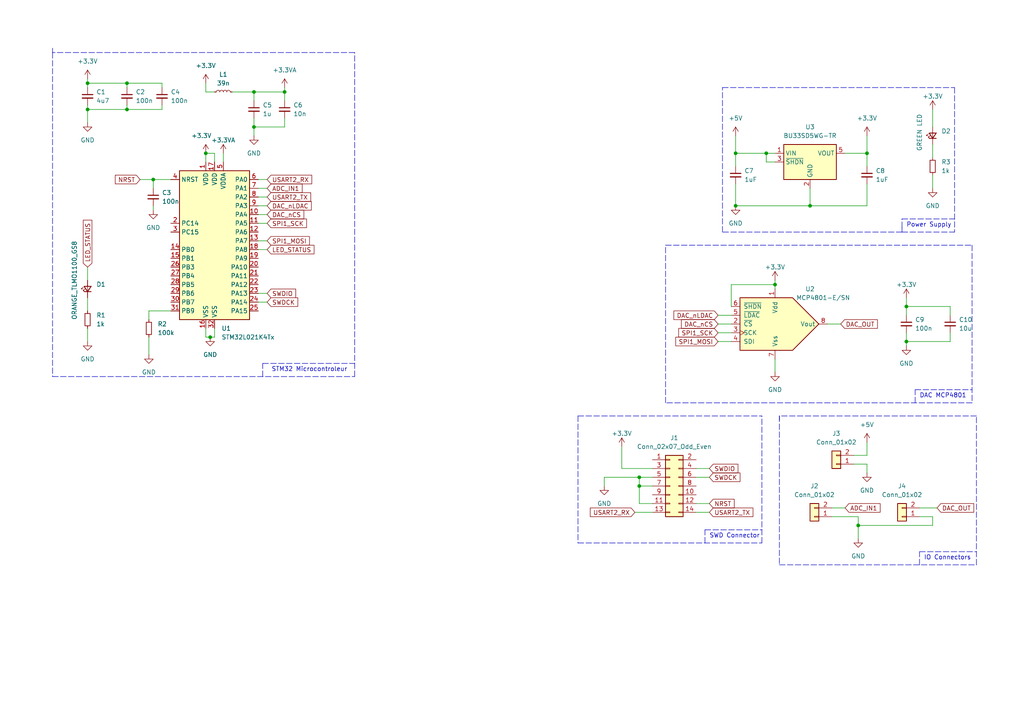
<source format=kicad_sch>
(kicad_sch (version 20211123) (generator eeschema)
  (paper "A4")
  (lib_symbols
    (symbol "Analog_DAC:MCP4801" (pin_names (offset 1.016))
      (property "Reference" "U" (at 1.27 10.795 0))
      (property "Value" "MCP4801" (at 1.27 8.89 0))
      (symbol "MCP4801_0_0"
        (polyline (pts (xy 12.7 0) (xy 5.08 7.62) (xy -10.16 7.62) (xy -10.16 -7.62) (xy 5.08 -7.62) (xy 12.7 0)) (stroke (width 0.254)) (fill (type background)))
      )
      (symbol "MCP4801_1_1"
        (pin power_in line (at 0 10.16 270) (length 2.54) (name "Vdd") (number "1"))
        (pin input line (at -12.7 0 0) (length 2.54) (name "~{CS}") (number "2"))
        (pin input clock (at -12.7 -2.54 0) (length 2.54) (name "SCK") (number "3"))
        (pin input line (at -12.7 -5.08 0) (length 2.54) (name "SDI") (number "4"))
        (pin input line (at -12.7 2.54 0) (length 2.54) (name "~{LDAC}") (number "5"))
        (pin input line (at -12.7 5.08 0) (length 2.54) (name "~{SHDN}") (number "6"))
        (pin power_in line (at 0 -10.16 90) (length 2.54) (name "Vss") (number "7"))
        (pin output line (at 15.24 0 180) (length 2.54) (name "Vout") (number "8"))
      )
    )
    (symbol "Connector_Generic:Conn_01x02" (pin_names (offset 1.016) hide)
      (property "Reference" "J" (at 0 2.54 0))
      (property "Value" "Conn_01x02" (at 0 -5.08 0))
      (symbol "Conn_01x02_1_1"
        (rectangle (start -1.27 -2.413) (end 0 -2.667) (stroke (width 0.1524)))
        (rectangle (start -1.27 0.127) (end 0 -0.127) (stroke (width 0.1524)))
        (rectangle (start -1.27 1.27) (end 1.27 -3.81) (stroke (width 0.254)) (fill (type background)))
        (pin passive line (at -5.08 0 0) (length 3.81) (name "Pin_1") (number "1"))
        (pin passive line (at -5.08 -2.54 0) (length 3.81) (name "Pin_2") (number "2"))
      )
    )
    (symbol "Connector_Generic:Conn_02x07_Odd_Even" (pin_names (offset 1.016) hide)
      (property "Reference" "J" (at 1.27 10.16 0))
      (property "Value" "Conn_02x07_Odd_Even" (at 1.27 -10.16 0))
      (symbol "Conn_02x07_Odd_Even_1_1"
        (rectangle (start -1.27 -7.493) (end 0 -7.747) (stroke (width 0.1524)))
        (rectangle (start -1.27 -4.953) (end 0 -5.207) (stroke (width 0.1524)))
        (rectangle (start -1.27 -2.413) (end 0 -2.667) (stroke (width 0.1524)))
        (rectangle (start -1.27 0.127) (end 0 -0.127) (stroke (width 0.1524)))
        (rectangle (start -1.27 2.667) (end 0 2.413) (stroke (width 0.1524)))
        (rectangle (start -1.27 5.207) (end 0 4.953) (stroke (width 0.1524)))
        (rectangle (start -1.27 7.747) (end 0 7.493) (stroke (width 0.1524)))
        (rectangle (start -1.27 8.89) (end 3.81 -8.89) (stroke (width 0.254)) (fill (type background)))
        (rectangle (start 3.81 -7.493) (end 2.54 -7.747) (stroke (width 0.1524)))
        (rectangle (start 3.81 -4.953) (end 2.54 -5.207) (stroke (width 0.1524)))
        (rectangle (start 3.81 -2.413) (end 2.54 -2.667) (stroke (width 0.1524)))
        (rectangle (start 3.81 0.127) (end 2.54 -0.127) (stroke (width 0.1524)))
        (rectangle (start 3.81 2.667) (end 2.54 2.413) (stroke (width 0.1524)))
        (rectangle (start 3.81 5.207) (end 2.54 4.953) (stroke (width 0.1524)))
        (rectangle (start 3.81 7.747) (end 2.54 7.493) (stroke (width 0.1524)))
        (pin passive line (at -5.08 7.62 0) (length 3.81) (name "Pin_1") (number "1"))
        (pin passive line (at 7.62 -2.54 180) (length 3.81) (name "Pin_10") (number "10"))
        (pin passive line (at -5.08 -5.08 0) (length 3.81) (name "Pin_11") (number "11"))
        (pin passive line (at 7.62 -5.08 180) (length 3.81) (name "Pin_12") (number "12"))
        (pin passive line (at -5.08 -7.62 0) (length 3.81) (name "Pin_13") (number "13"))
        (pin passive line (at 7.62 -7.62 180) (length 3.81) (name "Pin_14") (number "14"))
        (pin passive line (at 7.62 7.62 180) (length 3.81) (name "Pin_2") (number "2"))
        (pin passive line (at -5.08 5.08 0) (length 3.81) (name "Pin_3") (number "3"))
        (pin passive line (at 7.62 5.08 180) (length 3.81) (name "Pin_4") (number "4"))
        (pin passive line (at -5.08 2.54 0) (length 3.81) (name "Pin_5") (number "5"))
        (pin passive line (at 7.62 2.54 180) (length 3.81) (name "Pin_6") (number "6"))
        (pin passive line (at -5.08 0 0) (length 3.81) (name "Pin_7") (number "7"))
        (pin passive line (at 7.62 0 180) (length 3.81) (name "Pin_8") (number "8"))
        (pin passive line (at -5.08 -2.54 0) (length 3.81) (name "Pin_9") (number "9"))
      )
    )
    (symbol "Device:C_Small" (pin_numbers hide) (pin_names (offset 0.254) hide)
      (property "Reference" "C" (at 0.254 1.778 0))
      (property "Value" "C_Small" (at 0.254 -2.032 0))
      (symbol "C_Small_0_1"
        (polyline (pts (xy -1.524 -0.508) (xy 1.524 -0.508)) (stroke (width 0.3302)))
        (polyline (pts (xy -1.524 0.508) (xy 1.524 0.508)) (stroke (width 0.3048)))
      )
      (symbol "C_Small_1_1"
        (pin passive line (at 0 2.54 270) (length 2.032) (name "~") (number "1"))
        (pin passive line (at 0 -2.54 90) (length 2.032) (name "~") (number "2"))
      )
    )
    (symbol "Device:LED_Small" (pin_numbers hide) (pin_names (offset 0.254) hide)
      (property "Reference" "D" (at -1.27 3.175 0))
      (property "Value" "LED_Small" (at -4.445 -2.54 0))
      (symbol "LED_Small_0_1"
        (polyline (pts (xy -0.762 -1.016) (xy -0.762 1.016)) (stroke (width 0.254)))
        (polyline (pts (xy 1.016 0) (xy -0.762 0)))
        (polyline (pts (xy 0.762 -1.016) (xy -0.762 0) (xy 0.762 1.016) (xy 0.762 -1.016)) (stroke (width 0.254)))
        (polyline (pts (xy 0 0.762) (xy -0.508 1.27) (xy -0.254 1.27) (xy -0.508 1.27) (xy -0.508 1.016)))
        (polyline (pts (xy 0.508 1.27) (xy 0 1.778) (xy 0.254 1.778) (xy 0 1.778) (xy 0 1.524)))
      )
      (symbol "LED_Small_1_1"
        (pin passive line (at -2.54 0 0) (length 1.778) (name "K") (number "1"))
        (pin passive line (at 2.54 0 180) (length 1.778) (name "A") (number "2"))
      )
    )
    (symbol "Device:L_Small" (pin_numbers hide) (pin_names (offset 0.254) hide)
      (property "Reference" "L" (at 0.762 1.016 0))
      (property "Value" "L_Small" (at 0.762 -1.016 0))
      (symbol "L_Small_0_1"
        (arc (start 0 -2.032) (mid 0.508 -1.524) (end 0 -1.016))
        (arc (start 0 -1.016) (mid 0.508 -0.508) (end 0 0))
        (arc (start 0 0) (mid 0.508 0.508) (end 0 1.016))
        (arc (start 0 1.016) (mid 0.508 1.524) (end 0 2.032))
      )
      (symbol "L_Small_1_1"
        (pin passive line (at 0 2.54 270) (length 0.508) (name "~") (number "1"))
        (pin passive line (at 0 -2.54 90) (length 0.508) (name "~") (number "2"))
      )
    )
    (symbol "Device:R_Small" (pin_numbers hide) (pin_names (offset 0.254) hide)
      (property "Reference" "R" (at 0.762 0.508 0))
      (property "Value" "R_Small" (at 0.762 -1.016 0))
      (symbol "R_Small_0_1"
        (rectangle (start -0.762 1.778) (end 0.762 -1.778) (stroke (width 0.2032)))
      )
      (symbol "R_Small_1_1"
        (pin passive line (at 0 2.54 270) (length 0.762) (name "~") (number "1"))
        (pin passive line (at 0 -2.54 90) (length 0.762) (name "~") (number "2"))
      )
    )
    (symbol "MCU_ST_STM32L0:STM32L021K4Tx"
      (property "Reference" "U" (at -10.16 21.59 0))
      (property "Value" "STM32L021K4Tx" (at 5.08 21.59 0))
      (symbol "STM32L021K4Tx_0_1"
        (rectangle (start -10.16 -22.86) (end 10.16 20.32) (stroke (width 0.254)) (fill (type background)))
      )
      (symbol "STM32L021K4Tx_1_1"
        (pin power_in line (at -2.54 22.86 270) (length 2.54) (name "VDD") (number "1"))
        (pin bidirectional line (at 12.7 7.62 180) (length 2.54) (name "PA4") (number "10"))
        (pin bidirectional line (at 12.7 5.08 180) (length 2.54) (name "PA5") (number "11"))
        (pin bidirectional line (at 12.7 2.54 180) (length 2.54) (name "PA6") (number "12"))
        (pin bidirectional line (at 12.7 0 180) (length 2.54) (name "PA7") (number "13"))
        (pin bidirectional line (at -12.7 -2.54 0) (length 2.54) (name "PB0") (number "14"))
        (pin bidirectional line (at -12.7 -5.08 0) (length 2.54) (name "PB1") (number "15"))
        (pin power_in line (at -2.54 -25.4 90) (length 2.54) (name "VSS") (number "16"))
        (pin power_in line (at 0 22.86 270) (length 2.54) (name "VDD") (number "17"))
        (pin bidirectional line (at 12.7 -2.54 180) (length 2.54) (name "PA8") (number "18"))
        (pin bidirectional line (at 12.7 -5.08 180) (length 2.54) (name "PA9") (number "19"))
        (pin bidirectional line (at -12.7 5.08 0) (length 2.54) (name "PC14") (number "2"))
        (pin bidirectional line (at 12.7 -7.62 180) (length 2.54) (name "PA10") (number "20"))
        (pin bidirectional line (at 12.7 -10.16 180) (length 2.54) (name "PA11") (number "21"))
        (pin bidirectional line (at 12.7 -12.7 180) (length 2.54) (name "PA12") (number "22"))
        (pin bidirectional line (at 12.7 -15.24 180) (length 2.54) (name "PA13") (number "23"))
        (pin bidirectional line (at 12.7 -17.78 180) (length 2.54) (name "PA14") (number "24"))
        (pin bidirectional line (at 12.7 -20.32 180) (length 2.54) (name "PA15") (number "25"))
        (pin bidirectional line (at -12.7 -7.62 0) (length 2.54) (name "PB3") (number "26"))
        (pin bidirectional line (at -12.7 -10.16 0) (length 2.54) (name "PB4") (number "27"))
        (pin bidirectional line (at -12.7 -12.7 0) (length 2.54) (name "PB5") (number "28"))
        (pin bidirectional line (at -12.7 -15.24 0) (length 2.54) (name "PB6") (number "29"))
        (pin bidirectional line (at -12.7 2.54 0) (length 2.54) (name "PC15") (number "3"))
        (pin bidirectional line (at -12.7 -17.78 0) (length 2.54) (name "PB7") (number "30"))
        (pin bidirectional line (at -12.7 -20.32 0) (length 2.54) (name "PB9") (number "31"))
        (pin power_in line (at 0 -25.4 90) (length 2.54) (name "VSS") (number "32"))
        (pin input line (at -12.7 17.78 0) (length 2.54) (name "NRST") (number "4"))
        (pin power_in line (at 2.54 22.86 270) (length 2.54) (name "VDDA") (number "5"))
        (pin bidirectional line (at 12.7 17.78 180) (length 2.54) (name "PA0") (number "6"))
        (pin bidirectional line (at 12.7 15.24 180) (length 2.54) (name "PA1") (number "7"))
        (pin bidirectional line (at 12.7 12.7 180) (length 2.54) (name "PA2") (number "8"))
        (pin bidirectional line (at 12.7 10.16 180) (length 2.54) (name "PA3") (number "9"))
      )
    )
    (symbol "Regulator_Linear:MCP1802x-xx02xOT"
      (property "Reference" "U" (at -6.35 6.35 0))
      (property "Value" "MCP1802x-xx02xOT" (at 0 6.35 0))
      (symbol "MCP1802x-xx02xOT_0_1"
        (rectangle (start -7.62 5.08) (end 7.62 -5.08) (stroke (width 0.254)) (fill (type background)))
      )
      (symbol "MCP1802x-xx02xOT_1_1"
        (pin power_in line (at -10.16 2.54 0) (length 2.54) (name "VIN") (number "1"))
        (pin power_in line (at 0 -7.62 90) (length 2.54) (name "GND") (number "2"))
        (pin input line (at -10.16 0 0) (length 2.54) (name "~{SHDN}") (number "3"))
        (pin no_connect line (at 7.62 0 180) (length 2.54) hide (name "NC") (number "4"))
        (pin power_out line (at 10.16 2.54 180) (length 2.54) (name "VOUT") (number "5"))
      )
    )
    (symbol "power:+3.3V" (power) (pin_names (offset 0))
      (property "Value" "+3.3V" (at 0 3.556 0))
      (symbol "+3.3V_0_1"
        (polyline (pts (xy -0.762 1.27) (xy 0 2.54)))
        (polyline (pts (xy 0 0) (xy 0 2.54)))
        (polyline (pts (xy 0 2.54) (xy 0.762 1.27)))
      )
      (symbol "+3.3V_1_1"
        (pin power_in line (at 0 0 90) (length 0) hide (name "+3.3V") (number "1"))
      )
    )
    (symbol "power:+3.3VA" (power) (pin_names (offset 0))
      (property "Value" "+3.3VA" (at 0 3.556 0))
      (symbol "+3.3VA_0_1"
        (polyline (pts (xy -0.762 1.27) (xy 0 2.54)))
        (polyline (pts (xy 0 0) (xy 0 2.54)))
        (polyline (pts (xy 0 2.54) (xy 0.762 1.27)))
      )
      (symbol "+3.3VA_1_1"
        (pin power_in line (at 0 0 90) (length 0) hide (name "+3.3VA") (number "1"))
      )
    )
    (symbol "power:+5V" (power) (pin_names (offset 0))
      (property "Value" "+5V" (at 0 3.556 0))
      (symbol "+5V_0_1"
        (polyline (pts (xy -0.762 1.27) (xy 0 2.54)))
        (polyline (pts (xy 0 0) (xy 0 2.54)))
        (polyline (pts (xy 0 2.54) (xy 0.762 1.27)))
      )
      (symbol "+5V_1_1"
        (pin power_in line (at 0 0 90) (length 0) hide (name "+5V") (number "1"))
      )
    )
    (symbol "power:GND" (power) (pin_names (offset 0))
      (property "Value" "GND" (at 0 -3.81 0))
      (symbol "GND_0_1"
        (polyline (pts (xy 0 0) (xy 0 -1.27) (xy 1.27 -1.27) (xy 0 -2.54) (xy -1.27 -1.27) (xy 0 -1.27)))
      )
      (symbol "GND_1_1"
        (pin power_in line (at 0 0 270) (length 0) hide (name "GND") (number "1"))
      )
    )
  )
  (junction (at 251.46 44.45))
  (junction (at 73.66 26.67))
  (junction (at 36.83 31.75))
  (junction (at 262.89 99.06))
  (junction (at 59.69 44.45))
  (junction (at 82.55 26.67))
  (junction (at 25.4 31.75))
  (junction (at 60.96 97.79))
  (junction (at 73.66 36.83))
  (junction (at 44.45 52.07))
  (junction (at 213.36 59.69))
  (junction (at 222.25 44.45))
  (junction (at 224.79 82.55))
  (junction (at 36.83 24.13))
  (junction (at 185.42 138.43))
  (junction (at 185.42 140.97))
  (junction (at 262.89 88.9))
  (junction (at 248.92 152.4))
  (junction (at 213.36 44.45))
  (junction (at 25.4 24.13))
  (junction (at 234.95 59.69))
  (wire (pts (xy 213.36 44.45) (xy 222.25 44.45)))
  (wire (pts (xy 74.93 64.77) (xy 77.47 64.77)))
  (wire (pts (xy 184.15 148.59) (xy 189.23 148.59)))
  (wire (pts (xy 234.95 59.69) (xy 234.95 54.61)))
  (polyline (pts (xy 261.62 67.31) (xy 276.86 67.31)))
  (wire (pts (xy 240.03 93.98) (xy 243.84 93.98)))
  (wire (pts (xy 201.93 138.43) (xy 205.74 138.43)))
  (polyline (pts (xy 193.04 116.84) (xy 193.04 71.12)))
  (wire (pts (xy 248.92 149.86) (xy 248.92 152.4)))
  (wire (pts (xy 224.79 82.55) (xy 224.79 83.82)))
  (wire (pts (xy 44.45 52.07) (xy 44.45 54.61)))
  (wire (pts (xy 73.66 36.83) (xy 82.55 36.83)))
  (wire (pts (xy 43.18 92.71) (xy 43.18 90.17)))
  (wire (pts (xy 213.36 44.45) (xy 213.36 48.26)))
  (wire (pts (xy 64.77 44.45) (xy 64.77 46.99)))
  (wire (pts (xy 25.4 24.13) (xy 36.83 24.13)))
  (polyline (pts (xy 261.62 63.5) (xy 276.86 63.5)))
  (polyline (pts (xy 281.94 71.12) (xy 281.94 116.84)))
  (wire (pts (xy 222.25 44.45) (xy 224.79 44.45)))
  (wire (pts (xy 212.09 88.9) (xy 212.09 82.55)))
  (wire (pts (xy 266.7 147.32) (xy 271.78 147.32)))
  (wire (pts (xy 201.93 135.89) (xy 205.74 135.89)))
  (wire (pts (xy 262.89 96.52) (xy 262.89 99.06)))
  (wire (pts (xy 247.65 134.62) (xy 251.46 134.62)))
  (wire (pts (xy 74.93 85.09) (xy 77.47 85.09)))
  (wire (pts (xy 25.4 24.13) (xy 25.4 25.4)))
  (wire (pts (xy 62.23 95.25) (xy 62.23 97.79)))
  (wire (pts (xy 36.83 24.13) (xy 46.99 24.13)))
  (polyline (pts (xy 102.87 15.24) (xy 15.24 15.24)))
  (polyline (pts (xy 15.24 109.22) (xy 102.87 109.22)))
  (wire (pts (xy 46.99 31.75) (xy 36.83 31.75)))
  (polyline (pts (xy 266.7 160.02) (xy 283.21 160.02)))
  (polyline (pts (xy 283.21 120.65) (xy 226.06 120.65)))
  (wire (pts (xy 208.28 93.98) (xy 212.09 93.98)))
  (wire (pts (xy 241.3 147.32) (xy 245.11 147.32)))
  (wire (pts (xy 247.65 132.08) (xy 251.46 132.08)))
  (polyline (pts (xy 167.64 157.48) (xy 220.98 157.48)))
  (polyline (pts (xy 281.94 116.84) (xy 193.04 116.84)))
  (wire (pts (xy 208.28 99.06) (xy 212.09 99.06)))
  (wire (pts (xy 36.83 30.48) (xy 36.83 31.75)))
  (wire (pts (xy 74.93 87.63) (xy 77.47 87.63)))
  (wire (pts (xy 234.95 59.69) (xy 251.46 59.69)))
  (wire (pts (xy 60.96 97.79) (xy 59.69 97.79)))
  (wire (pts (xy 275.59 96.52) (xy 275.59 99.06)))
  (wire (pts (xy 275.59 99.06) (xy 262.89 99.06)))
  (wire (pts (xy 82.55 26.67) (xy 82.55 29.21)))
  (polyline (pts (xy 204.47 157.48) (xy 204.47 153.67)))
  (wire (pts (xy 74.93 62.23) (xy 77.47 62.23)))
  (wire (pts (xy 62.23 97.79) (xy 60.96 97.79)))
  (wire (pts (xy 36.83 31.75) (xy 25.4 31.75)))
  (wire (pts (xy 212.09 82.55) (xy 224.79 82.55)))
  (polyline (pts (xy 204.47 153.67) (xy 220.98 153.67)))
  (wire (pts (xy 275.59 88.9) (xy 275.59 91.44)))
  (wire (pts (xy 185.42 138.43) (xy 189.23 138.43)))
  (wire (pts (xy 251.46 59.69) (xy 251.46 53.34)))
  (wire (pts (xy 62.23 44.45) (xy 59.69 44.45)))
  (wire (pts (xy 262.89 99.06) (xy 262.89 100.33)))
  (wire (pts (xy 36.83 24.13) (xy 36.83 25.4)))
  (wire (pts (xy 73.66 36.83) (xy 73.66 39.37)))
  (wire (pts (xy 213.36 39.37) (xy 213.36 44.45)))
  (wire (pts (xy 185.42 140.97) (xy 189.23 140.97)))
  (wire (pts (xy 222.25 46.99) (xy 222.25 44.45)))
  (wire (pts (xy 270.51 41.91) (xy 270.51 45.72)))
  (wire (pts (xy 224.79 46.99) (xy 222.25 46.99)))
  (polyline (pts (xy 15.24 15.24) (xy 15.24 109.22)))
  (wire (pts (xy 44.45 59.69) (xy 44.45 60.96)))
  (wire (pts (xy 270.51 50.8) (xy 270.51 54.61)))
  (wire (pts (xy 175.26 140.97) (xy 175.26 138.43)))
  (wire (pts (xy 74.93 57.15) (xy 77.47 57.15)))
  (wire (pts (xy 25.4 95.25) (xy 25.4 99.06)))
  (wire (pts (xy 185.42 140.97) (xy 185.42 146.05)))
  (wire (pts (xy 44.45 52.07) (xy 49.53 52.07)))
  (polyline (pts (xy 266.7 163.83) (xy 266.7 160.02)))
  (wire (pts (xy 248.92 152.4) (xy 248.92 156.21)))
  (wire (pts (xy 25.4 30.48) (xy 25.4 31.75)))
  (polyline (pts (xy 102.87 109.22) (xy 102.87 15.24)))
  (wire (pts (xy 185.42 146.05) (xy 189.23 146.05)))
  (wire (pts (xy 62.23 46.99) (xy 62.23 44.45)))
  (wire (pts (xy 59.69 44.45) (xy 59.69 46.99)))
  (wire (pts (xy 82.55 25.4) (xy 82.55 26.67)))
  (polyline (pts (xy 15.24 13.97) (xy 15.24 15.24)))
  (wire (pts (xy 40.64 52.07) (xy 44.45 52.07)))
  (wire (pts (xy 74.93 54.61) (xy 77.47 54.61)))
  (wire (pts (xy 251.46 132.08) (xy 251.46 128.27)))
  (wire (pts (xy 59.69 97.79) (xy 59.69 95.25)))
  (polyline (pts (xy 167.64 120.65) (xy 220.98 120.65)))
  (polyline (pts (xy 283.21 163.83) (xy 283.21 120.65)))
  (wire (pts (xy 46.99 24.13) (xy 46.99 25.4)))
  (wire (pts (xy 175.26 138.43) (xy 185.42 138.43)))
  (polyline (pts (xy 265.43 116.84) (xy 265.43 113.03)))
  (wire (pts (xy 270.51 31.75) (xy 270.51 36.83)))
  (wire (pts (xy 241.3 149.86) (xy 248.92 149.86)))
  (wire (pts (xy 59.69 26.67) (xy 62.23 26.67)))
  (wire (pts (xy 180.34 135.89) (xy 180.34 129.54)))
  (polyline (pts (xy 209.55 25.4) (xy 276.86 25.4)))
  (polyline (pts (xy 226.06 163.83) (xy 283.21 163.83)))
  (wire (pts (xy 251.46 39.37) (xy 251.46 44.45)))
  (polyline (pts (xy 220.98 157.48) (xy 220.98 120.65)))
  (wire (pts (xy 74.93 69.85) (xy 77.47 69.85)))
  (wire (pts (xy 25.4 77.47) (xy 25.4 81.28)))
  (wire (pts (xy 73.66 34.29) (xy 73.66 36.83)))
  (polyline (pts (xy 76.2 109.22) (xy 76.2 105.41)))
  (wire (pts (xy 74.93 72.39) (xy 77.47 72.39)))
  (polyline (pts (xy 226.06 120.65) (xy 226.06 163.83)))
  (wire (pts (xy 73.66 26.67) (xy 82.55 26.67)))
  (wire (pts (xy 201.93 146.05) (xy 205.74 146.05)))
  (wire (pts (xy 251.46 134.62) (xy 251.46 137.16)))
  (wire (pts (xy 270.51 152.4) (xy 270.51 149.86)))
  (polyline (pts (xy 276.86 25.4) (xy 276.86 67.31)))
  (wire (pts (xy 189.23 135.89) (xy 180.34 135.89)))
  (wire (pts (xy 25.4 86.36) (xy 25.4 90.17)))
  (wire (pts (xy 67.31 26.67) (xy 73.66 26.67)))
  (wire (pts (xy 251.46 48.26) (xy 251.46 44.45)))
  (polyline (pts (xy 261.62 66.04) (xy 261.62 63.5)))
  (polyline (pts (xy 193.04 71.12) (xy 281.94 71.12)))
  (polyline (pts (xy 261.62 66.04) (xy 261.62 67.31)))
  (wire (pts (xy 82.55 36.83) (xy 82.55 34.29)))
  (polyline (pts (xy 76.2 105.41) (xy 102.87 105.41)))
  (wire (pts (xy 59.69 24.13) (xy 59.69 26.67)))
  (wire (pts (xy 25.4 31.75) (xy 25.4 35.56)))
  (wire (pts (xy 185.42 138.43) (xy 185.42 140.97)))
  (polyline (pts (xy 265.43 113.03) (xy 281.94 113.03)))
  (wire (pts (xy 270.51 149.86) (xy 266.7 149.86)))
  (wire (pts (xy 224.79 81.28) (xy 224.79 82.55)))
  (polyline (pts (xy 209.55 67.31) (xy 209.55 25.4)))
  (wire (pts (xy 213.36 53.34) (xy 213.36 59.69)))
  (wire (pts (xy 74.93 59.69) (xy 77.47 59.69)))
  (wire (pts (xy 43.18 97.79) (xy 43.18 102.87)))
  (polyline (pts (xy 167.64 120.65) (xy 167.64 157.48)))
  (polyline (pts (xy 261.62 67.31) (xy 209.55 67.31)))
  (wire (pts (xy 73.66 26.67) (xy 73.66 29.21)))
  (wire (pts (xy 262.89 86.36) (xy 262.89 88.9)))
  (wire (pts (xy 224.79 104.14) (xy 224.79 107.95)))
  (wire (pts (xy 25.4 22.86) (xy 25.4 24.13)))
  (wire (pts (xy 248.92 152.4) (xy 270.51 152.4)))
  (wire (pts (xy 262.89 88.9) (xy 262.89 91.44)))
  (wire (pts (xy 213.36 59.69) (xy 234.95 59.69)))
  (wire (pts (xy 208.28 96.52) (xy 212.09 96.52)))
  (wire (pts (xy 208.28 91.44) (xy 212.09 91.44)))
  (wire (pts (xy 262.89 88.9) (xy 275.59 88.9)))
  (wire (pts (xy 201.93 148.59) (xy 205.74 148.59)))
  (wire (pts (xy 46.99 30.48) (xy 46.99 31.75)))
  (wire (pts (xy 245.11 44.45) (xy 251.46 44.45)))
  (polyline (pts (xy 226.06 120.65) (xy 226.06 121.92)))
  (wire (pts (xy 43.18 90.17) (xy 49.53 90.17)))
  (wire (pts (xy 74.93 52.07) (xy 77.47 52.07)))
  (text "IO Connectors" (at 267.97 162.56 0) (effects (font (size 1.27 1.27)) (justify left bottom)))
  (text "STM32 Microcontroleur\n" (at 78.74 107.95 0) (effects (font (size 1.27 1.27)) (justify left bottom)))
  (text "DAC MCP4801\n" (at 266.7 115.57 0) (effects (font (size 1.27 1.27)) (justify left bottom)))
  (text "SWD Connector" (at 205.74 156.21 0) (effects (font (size 1.27 1.27)) (justify left bottom)))
  (text "Power Supply" (at 262.89 66.04 0) (effects (font (size 1.27 1.27)) (justify left bottom)))
  (global_label "SWDCK" (shape input) (at 205.74 138.43 0) (property "Intersheet References" "${INTERSHEET_REFS}" (effects hide)))
  (global_label "DAC_OUT" (shape input) (at 243.84 93.98 0) (property "Intersheet References" "${INTERSHEET_REFS}" (effects hide)))
  (global_label "ADC_IN1" (shape input) (at 77.47 54.61 0) (property "Intersheet References" "${INTERSHEET_REFS}" (effects hide)))
  (global_label "LED_STATUS" (shape input) (at 77.47 72.39 0) (property "Intersheet References" "${INTERSHEET_REFS}" (effects hide)))
  (global_label "SPI1_MOSI" (shape input) (at 208.28 99.06 180) (property "Intersheet References" "${INTERSHEET_REFS}" (effects hide)))
  (global_label "DAC_nCS" (shape input) (at 77.47 62.23 0) (property "Intersheet References" "${INTERSHEET_REFS}" (effects hide)))
  (global_label "SWDIO" (shape input) (at 205.74 135.89 0) (property "Intersheet References" "${INTERSHEET_REFS}" (effects hide)))
  (global_label "ADC_IN1" (shape input) (at 245.11 147.32 0) (property "Intersheet References" "${INTERSHEET_REFS}" (effects hide)))
  (global_label "NRST" (shape input) (at 205.74 146.05 0) (property "Intersheet References" "${INTERSHEET_REFS}" (effects hide)))
  (global_label "SPI1_MOSI" (shape input) (at 77.47 69.85 0) (property "Intersheet References" "${INTERSHEET_REFS}" (effects hide)))
  (global_label "SPI1_SCK" (shape input) (at 208.28 96.52 180) (property "Intersheet References" "${INTERSHEET_REFS}" (effects hide)))
  (global_label "DAC_OUT" (shape input) (at 271.78 147.32 0) (property "Intersheet References" "${INTERSHEET_REFS}" (effects hide)))
  (global_label "DAC_nLDAC" (shape input) (at 208.28 91.44 180) (property "Intersheet References" "${INTERSHEET_REFS}" (effects hide)))
  (global_label "SPI1_SCK" (shape input) (at 77.47 64.77 0) (property "Intersheet References" "${INTERSHEET_REFS}" (effects hide)))
  (global_label "NRST" (shape input) (at 40.64 52.07 180) (property "Intersheet References" "${INTERSHEET_REFS}" (effects hide)))
  (global_label "LED_STATUS" (shape input) (at 25.4 77.47 90) (property "Intersheet References" "${INTERSHEET_REFS}" (effects hide)))
  (global_label "USART2_RX" (shape input) (at 77.47 52.07 0) (property "Intersheet References" "${INTERSHEET_REFS}" (effects hide)))
  (global_label "USART2_TX" (shape input) (at 205.74 148.59 0) (property "Intersheet References" "${INTERSHEET_REFS}" (effects hide)))
  (global_label "USART2_TX" (shape input) (at 77.47 57.15 0) (property "Intersheet References" "${INTERSHEET_REFS}" (effects hide)))
  (global_label "USART2_RX" (shape input) (at 184.15 148.59 180) (property "Intersheet References" "${INTERSHEET_REFS}" (effects hide)))
  (global_label "DAC_nLDAC" (shape input) (at 77.47 59.69 0) (property "Intersheet References" "${INTERSHEET_REFS}" (effects hide)))
  (global_label "SWDIO" (shape input) (at 77.47 85.09 0) (property "Intersheet References" "${INTERSHEET_REFS}" (effects hide)))
  (global_label "SWDCK" (shape input) (at 77.47 87.63 0) (property "Intersheet References" "${INTERSHEET_REFS}" (effects hide)))
  (global_label "DAC_nCS" (shape input) (at 208.28 93.98 180) (property "Intersheet References" "${INTERSHEET_REFS}" (effects hide)))
  (symbol (lib_id "MCU_ST_STM32L0:STM32L021K4Tx") (at 62.23 69.85 0) (unit 1)
    (property "Reference" "U1" (at 64.2494 95.25 0) (effects (justify left)))
    (property "Value" "STM32L021K4Tx" (at 64.2494 97.79 0) (effects (justify left)))
    (property "Footprint" "Package_QFP:LQFP-32_7x7mm_P0.8mm" (effects hide))
    (property "Datasheet" "http://www.st.com/st-web-ui/static/active/en/resource/technical/document/datasheet/DM00206858.pdf" (effects hide))
  )
  (symbol (lib_id "power:+3.3VA") (at 64.77 44.45 0) (unit 1)
    (property "Reference" "#PWR09" (effects hide))
    (property "Value" "+3.3VA" (at 64.77 40.64 0))
  )
  (symbol (lib_id "power:GND") (at 43.18 102.87 0) (unit 1)
    (property "Reference" "#PWR04" (effects hide))
    (property "Value" "GND" (at 43.18 107.95 0))
  )
  (symbol (lib_id "power:+3.3V") (at 224.79 81.28 0) (unit 1)
    (property "Reference" "#PWR016" (effects hide))
    (property "Value" "+3.3V" (at 224.79 77.47 0))
  )
  (symbol (lib_id "power:+3.3V") (at 59.69 44.45 0) (unit 1)
    (property "Reference" "#PWR07" (effects hide))
    (property "Value" "+3.3V" (at 58.42 39.37 0))
  )
  (symbol (lib_id "power:+3.3V") (at 59.69 24.13 0) (unit 1)
    (property "Reference" "#PWR06" (effects hide))
    (property "Value" "+3.3V" (at 59.69 19.05 0))
  )
  (symbol (lib_id "power:GND") (at 44.45 60.96 0) (unit 1)
    (property "Reference" "#PWR05" (effects hide))
    (property "Value" "GND" (at 44.45 66.04 0))
  )
  (symbol (lib_id "Device:C_Small") (at 46.99 27.94 0) (unit 1)
    (property "Reference" "C4" (at 49.53 26.6762 0) (effects (justify left)))
    (property "Value" "100n" (at 49.53 29.2162 0) (effects (justify left)))
  )
  (symbol (lib_id "power:+3.3V") (at 251.46 39.37 0) (unit 1)
    (property "Reference" "#PWR019" (effects hide))
    (property "Value" "+3.3V" (at 251.46 34.29 0))
  )
  (symbol (lib_id "power:+3.3V") (at 270.51 31.75 0) (unit 1)
    (property "Reference" "#PWR024" (effects hide))
    (property "Value" "+3.3V" (at 270.51 27.94 0))
  )
  (symbol (lib_id "power:GND") (at 248.92 156.21 0) (unit 1)
    (property "Reference" "#PWR018" (effects hide))
    (property "Value" "GND" (at 248.92 161.29 0))
  )
  (symbol (lib_id "power:GND") (at 251.46 137.16 0) (unit 1)
    (property "Reference" "#PWR021" (effects hide))
    (property "Value" "GND" (at 251.46 142.24 0))
  )
  (symbol (lib_id "Device:R_Small") (at 43.18 95.25 0) (unit 1)
    (property "Reference" "R2" (at 45.72 93.9799 0) (effects (justify left)))
    (property "Value" "100k" (at 45.72 96.5199 0) (effects (justify left)))
  )
  (symbol (lib_id "Device:C_Small") (at 44.45 57.15 0) (unit 1)
    (property "Reference" "C3" (at 46.99 55.8862 0) (effects (justify left)))
    (property "Value" "100n" (at 46.99 58.4262 0) (effects (justify left)))
  )
  (symbol (lib_id "Connector_Generic:Conn_01x02") (at 261.62 149.86 180) (unit 1)
    (property "Reference" "J4" (at 261.62 140.97 0))
    (property "Value" "Conn_01x02" (at 261.62 143.51 0))
  )
  (symbol (lib_id "Analog_DAC:MCP4801") (at 224.79 93.98 0) (unit 1)
    (property "Reference" "U2" (at 234.95 83.82 0))
    (property "Value" "MCP4801-E/SN" (at 238.76 86.36 0))
    (property "Datasheet" "http://ww1.microchip.com/downloads/en/DeviceDoc/22244B.pdf" (effects hide))
  )
  (symbol (lib_id "power:GND") (at 25.4 35.56 0) (unit 1)
    (property "Reference" "#PWR02" (effects hide))
    (property "Value" "GND" (at 25.4 40.64 0))
  )
  (symbol (lib_id "power:GND") (at 25.4 99.06 0) (unit 1)
    (property "Reference" "#PWR03" (effects hide))
    (property "Value" "GND" (at 25.4 104.14 0))
  )
  (symbol (lib_id "Device:R_Small") (at 25.4 92.71 0) (unit 1)
    (property "Reference" "R1" (at 27.94 91.4399 0) (effects (justify left)))
    (property "Value" "1k" (at 27.94 93.9799 0) (effects (justify left)))
  )
  (symbol (lib_id "power:+3.3V") (at 25.4 22.86 0) (unit 1)
    (property "Reference" "#PWR01" (effects hide))
    (property "Value" "+3.3V" (at 25.4 17.78 0))
  )
  (symbol (lib_id "Regulator_Linear:MCP1802x-xx02xOT") (at 234.95 46.99 0) (unit 1)
    (property "Reference" "U3" (at 234.95 36.83 0))
    (property "Value" "BU33SD5WG-TR" (at 234.95 39.37 0))
    (property "Footprint" "Package_TO_SOT_SMD:SOT-23-5" (effects hide))
    (property "Datasheet" "http://ww1.microchip.com/downloads/en/DeviceDoc/22053C.pdf" (effects hide))
  )
  (symbol (lib_id "power:GND") (at 73.66 39.37 0) (unit 1)
    (property "Reference" "#PWR010" (effects hide))
    (property "Value" "GND" (at 73.66 44.45 0))
  )
  (symbol (lib_id "Connector_Generic:Conn_01x02") (at 242.57 134.62 180) (unit 1)
    (property "Reference" "J3" (at 242.57 125.73 0))
    (property "Value" "Conn_01x02" (at 242.57 128.27 0))
  )
  (symbol (lib_id "power:GND") (at 60.96 97.79 0) (unit 1)
    (property "Reference" "#PWR08" (effects hide))
    (property "Value" "GND" (at 60.96 102.87 0))
  )
  (symbol (lib_id "Device:C_Small") (at 275.59 93.98 0) (unit 1)
    (property "Reference" "C10" (at 278.13 92.7162 0) (effects (justify left)))
    (property "Value" "10u" (at 278.13 95.2562 0) (effects (justify left)))
  )
  (symbol (lib_id "power:GND") (at 270.51 54.61 0) (unit 1)
    (property "Reference" "#PWR025" (effects hide))
    (property "Value" "GND" (at 270.51 59.69 0))
  )
  (symbol (lib_id "Device:C_Small") (at 262.89 93.98 0) (unit 1)
    (property "Reference" "C9" (at 265.43 92.7162 0) (effects (justify left)))
    (property "Value" "100n" (at 265.43 95.2562 0) (effects (justify left)))
  )
  (symbol (lib_id "Device:C_Small") (at 213.36 50.8 0) (unit 1)
    (property "Reference" "C7" (at 215.9 49.5362 0) (effects (justify left)))
    (property "Value" "1uF" (at 215.9 52.0762 0) (effects (justify left)))
  )
  (symbol (lib_id "Device:R_Small") (at 270.51 48.26 0) (unit 1)
    (property "Reference" "R3" (at 273.05 46.9899 0) (effects (justify left)))
    (property "Value" "1k" (at 273.05 49.5299 0) (effects (justify left)))
  )
  (symbol (lib_id "power:+5V") (at 251.46 128.27 0) (unit 1)
    (property "Reference" "#PWR020" (effects hide))
    (property "Value" "+5V" (at 251.46 123.19 0))
  )
  (symbol (lib_id "power:GND") (at 224.79 107.95 0) (unit 1)
    (property "Reference" "#PWR017" (effects hide))
    (property "Value" "GND" (at 224.79 113.03 0))
  )
  (symbol (lib_id "power:GND") (at 175.26 140.97 0) (unit 1)
    (property "Reference" "#PWR012" (effects hide))
    (property "Value" "GND" (at 175.26 146.05 0))
  )
  (symbol (lib_id "power:+3.3VA") (at 82.55 25.4 0) (unit 1)
    (property "Reference" "#PWR011" (effects hide))
    (property "Value" "+3.3VA" (at 82.55 20.32 0))
  )
  (symbol (lib_id "power:+3.3V") (at 262.89 86.36 0) (unit 1)
    (property "Reference" "#PWR022" (effects hide))
    (property "Value" "+3.3V" (at 262.89 82.55 0))
  )
  (symbol (lib_id "power:+5V") (at 213.36 39.37 0) (unit 1)
    (property "Reference" "#PWR014" (effects hide))
    (property "Value" "+5V" (at 213.36 34.29 0))
  )
  (symbol (lib_id "Device:LED_Small") (at 270.51 39.37 90) (unit 1)
    (property "Reference" "D2" (at 273.05 38.0364 90) (effects (justify right)))
    (property "Value" "GREEN LED" (at 266.7 33.02 0) (effects (justify right)))
  )
  (symbol (lib_id "Device:L_Small") (at 64.77 26.67 90) (unit 1)
    (property "Reference" "L1" (at 64.77 21.59 90))
    (property "Value" "39n" (at 64.77 24.13 90))
  )
  (symbol (lib_id "power:GND") (at 213.36 59.69 0) (unit 1)
    (property "Reference" "#PWR015" (effects hide))
    (property "Value" "GND" (at 213.36 64.77 0))
  )
  (symbol (lib_id "Device:C_Small") (at 73.66 31.75 0) (unit 1)
    (property "Reference" "C5" (at 76.2 30.4862 0) (effects (justify left)))
    (property "Value" "1u" (at 76.2 33.0262 0) (effects (justify left)))
  )
  (symbol (lib_id "Device:C_Small") (at 251.46 50.8 0) (unit 1)
    (property "Reference" "C8" (at 254 49.5362 0) (effects (justify left)))
    (property "Value" "1uF" (at 254 52.0762 0) (effects (justify left)))
  )
  (symbol (lib_id "Device:C_Small") (at 36.83 27.94 0) (unit 1)
    (property "Reference" "C2" (at 39.37 26.6762 0) (effects (justify left)))
    (property "Value" "100n" (at 39.37 29.2162 0) (effects (justify left)))
  )
  (symbol (lib_id "Connector_Generic:Conn_02x07_Odd_Even") (at 194.31 140.97 0) (unit 1)
    (property "Reference" "J1" (at 195.58 127 0))
    (property "Value" "Conn_02x07_Odd_Even" (at 195.58 129.54 0))
  )
  (symbol (lib_id "power:GND") (at 262.89 100.33 0) (unit 1)
    (property "Reference" "#PWR023" (effects hide))
    (property "Value" "GND" (at 262.89 105.41 0))
  )
  (symbol (lib_id "power:+3.3V") (at 180.34 129.54 0) (unit 1)
    (property "Reference" "#PWR013" (effects hide))
    (property "Value" "+3.3V" (at 180.34 125.73 0))
  )
  (symbol (lib_id "Connector_Generic:Conn_01x02") (at 236.22 149.86 180) (unit 1)
    (property "Reference" "J2" (at 236.22 140.97 0))
    (property "Value" "Conn_01x02" (at 236.22 143.51 0))
  )
  (symbol (lib_id "Device:C_Small") (at 82.55 31.75 0) (unit 1)
    (property "Reference" "C6" (at 85.09 30.4862 0) (effects (justify left)))
    (property "Value" "10n" (at 85.09 33.0262 0) (effects (justify left)))
  )
  (symbol (lib_id "Device:C_Small") (at 25.4 27.94 0) (unit 1)
    (property "Reference" "C1" (at 27.94 26.6762 0) (effects (justify left)))
    (property "Value" "4u7" (at 27.94 29.2162 0) (effects (justify left)))
  )
  (symbol (lib_id "Device:LED_Small") (at 25.4 83.82 90) (unit 1)
    (property "Reference" "D1" (at 27.94 82.4864 90) (effects (justify right)))
    (property "Value" "ORANGE_TLMO1100_GS8" (at 21.59 69.85 0) (effects (justify right)))
  )
)
</source>
